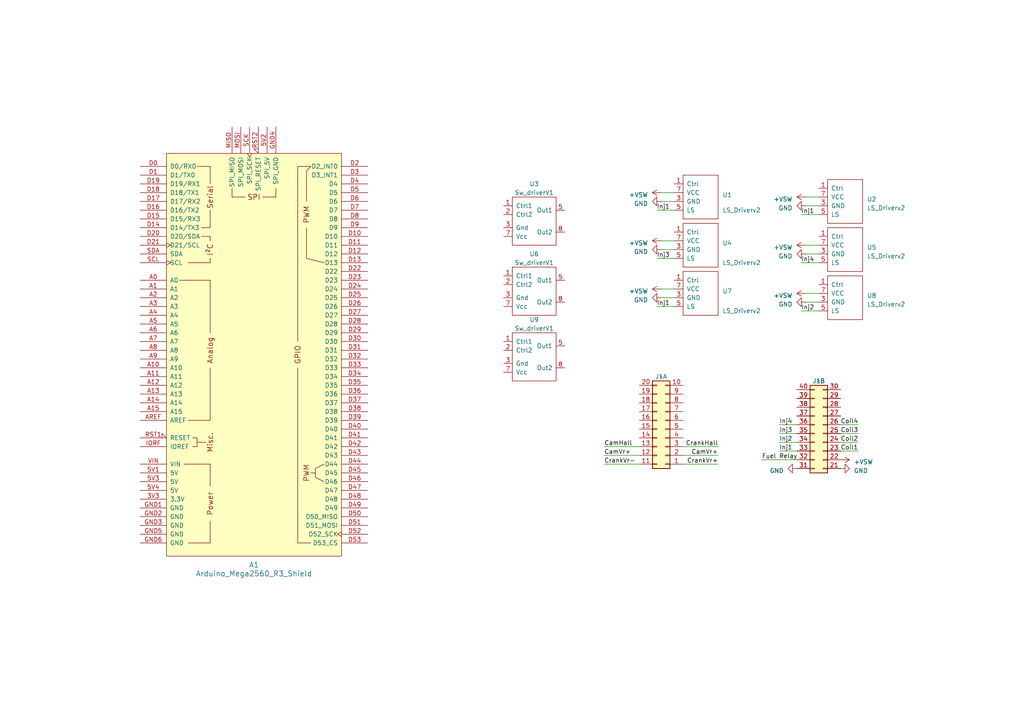
<source format=kicad_sch>
(kicad_sch (version 20230121) (generator eeschema)
  (paper "A4")
  (lib_symbols
    (symbol "J-Eagan:LS_Driverv2" (pin_names (offset 1.016))
      (property "Reference" "U" (at 3.81 -6.35 0))
      (property "Value" "LS_Driverv2" (at 3.81 -6.35 0))
      (symbol "LS_Driverv2_0_1"
        (rectangle (start -5.08 7.62) (end 5.08 -5.08))
      )
      (symbol "LS_Driverv2_1_1"
        (pin input line (at -7.62 5.08 0) (length 2.54) (name "Ctrl") (number "1"))
        (pin power_in line (at -7.62 0 0) (length 2.54) (name "GND") (number "3"))
        (pin power_in line (at -7.62 0 0) (length 2.54) hide (name "GND") (number "4"))
        (pin power_out line (at -7.62 -2.54 0) (length 2.54) (name "LS") (number "5"))
        (pin power_out line (at -7.62 -2.54 0) (length 2.54) hide (name "LS") (number "6"))
        (pin power_in line (at -7.62 2.54 0) (length 2.54) (name "VCC") (number "7"))
      )
    )
    (symbol "J-Eagan:Sw_driverV1" (pin_names (offset 1.016))
      (property "Reference" "U" (at -5.08 8.89 0))
      (property "Value" "Sw_driverV1" (at 0 -7.62 0))
      (symbol "Sw_driverV1_0_1"
        (rectangle (start -6.35 7.62) (end 6.35 -6.35))
      )
      (symbol "Sw_driverV1_1_1"
        (pin input line (at -8.89 5.08 0) (length 2.54) (name "Ctrl1") (number "1"))
        (pin input line (at -8.89 2.54 0) (length 2.54) (name "Ctrl2") (number "2"))
        (pin input line (at -8.89 -1.27 0) (length 2.54) (name "Gnd") (number "3"))
        (pin input line (at -8.89 -1.27 0) (length 2.54) hide (name "Gnd") (number "4"))
        (pin output line (at 8.89 3.81 180) (length 2.54) (name "Out1") (number "5"))
        (pin output line (at 8.89 3.81 180) (length 2.54) hide (name "Out1") (number "6"))
        (pin input line (at -8.89 -3.81 0) (length 2.54) (name "Vcc") (number "7"))
        (pin output line (at 8.89 -2.54 180) (length 2.54) (name "Out2") (number "8"))
      )
    )
    (symbol "MQSconn:MQS40P" (pin_names (offset 0) hide)
      (property "Reference" "J" (at 0 -15.24 0))
      (symbol "MQS40P_1_1"
        (rectangle (start -2.54 -12.573) (end -1.27 -12.827) (stroke (width 0.1524)))
        (rectangle (start -2.54 -10.033) (end -1.27 -10.287) (stroke (width 0.1524)))
        (rectangle (start -2.54 -7.493) (end -1.27 -7.747) (stroke (width 0.1524)))
        (rectangle (start -2.54 -4.953) (end -1.27 -5.207) (stroke (width 0.1524)))
        (rectangle (start -2.54 -2.413) (end -1.27 -2.667) (stroke (width 0.1524)))
        (rectangle (start -2.54 0.127) (end -1.27 -0.127) (stroke (width 0.1524)))
        (rectangle (start -2.54 2.667) (end -1.27 2.413) (stroke (width 0.1524)))
        (rectangle (start -2.54 5.207) (end -1.27 4.953) (stroke (width 0.1524)))
        (rectangle (start -2.54 7.747) (end -1.27 7.493) (stroke (width 0.1524)))
        (rectangle (start -2.54 10.287) (end -1.27 10.033) (stroke (width 0.1524)))
        (rectangle (start -2.54 11.43) (end 2.54 -13.97) (stroke (width 0.254)) (fill (type background)))
        (rectangle (start 2.54 -12.573) (end 1.27 -12.827) (stroke (width 0.1524)))
        (rectangle (start 2.54 -10.033) (end 1.27 -10.287) (stroke (width 0.1524)))
        (rectangle (start 2.54 -7.493) (end 1.27 -7.747) (stroke (width 0.1524)))
        (rectangle (start 2.54 -4.953) (end 1.27 -5.207) (stroke (width 0.1524)))
        (rectangle (start 2.54 -2.413) (end 1.27 -2.667) (stroke (width 0.1524)))
        (rectangle (start 2.54 0.127) (end 1.27 -0.127) (stroke (width 0.1524)))
        (rectangle (start 2.54 2.667) (end 1.27 2.413) (stroke (width 0.1524)))
        (rectangle (start 2.54 5.207) (end 1.27 4.953) (stroke (width 0.1524)))
        (rectangle (start 2.54 7.747) (end 1.27 7.493) (stroke (width 0.1524)))
        (rectangle (start 2.54 10.287) (end 1.27 10.033) (stroke (width 0.1524)))
        (pin passive line (at -6.35 10.16 0) (length 3.81) (name "Pin_1") (number "1"))
        (pin passive line (at -6.35 -12.7 0) (length 3.81) (name "Pin_10") (number "10"))
        (pin passive line (at 6.35 10.16 180) (length 3.81) (name "Pin_11") (number "11"))
        (pin passive line (at 6.35 7.62 180) (length 3.81) (name "Pin_12") (number "12"))
        (pin passive line (at 6.35 5.08 180) (length 3.81) (name "Pin_13") (number "13"))
        (pin passive line (at 6.35 2.54 180) (length 3.81) (name "Pin_14") (number "14"))
        (pin passive line (at 6.35 0 180) (length 3.81) (name "Pin_15") (number "15"))
        (pin passive line (at 6.35 -2.54 180) (length 3.81) (name "Pin_16") (number "16"))
        (pin passive line (at 6.35 -5.08 180) (length 3.81) (name "Pin_17") (number "17"))
        (pin passive line (at 6.35 -7.62 180) (length 3.81) (name "Pin_18") (number "18"))
        (pin passive line (at 6.35 -10.16 180) (length 3.81) (name "Pin_19") (number "19"))
        (pin passive line (at -6.35 7.62 0) (length 3.81) (name "Pin_2") (number "2"))
        (pin passive line (at 6.35 -12.7 180) (length 3.81) (name "Pin_20") (number "20"))
        (pin passive line (at -6.35 5.08 0) (length 3.81) (name "Pin_3") (number "3"))
        (pin passive line (at -6.35 2.54 0) (length 3.81) (name "Pin_4") (number "4"))
        (pin passive line (at -6.35 0 0) (length 3.81) (name "Pin_5") (number "5"))
        (pin passive line (at -6.35 -2.54 0) (length 3.81) (name "Pin_6") (number "6"))
        (pin passive line (at -6.35 -5.08 0) (length 3.81) (name "Pin_7") (number "7"))
        (pin passive line (at -6.35 -7.62 0) (length 3.81) (name "Pin_8") (number "8"))
        (pin passive line (at -6.35 -10.16 0) (length 3.81) (name "Pin_9") (number "9"))
      )
      (symbol "MQS40P_1_2"
        (pin passive line (at -27.94 10.16 0) (length 3.81) (name "Pin_1") (number "1"))
        (pin passive line (at -27.94 -12.7 0) (length 3.81) (name "Pin_10") (number "10"))
        (pin passive line (at -15.24 10.16 180) (length 3.81) (name "Pin_11") (number "11"))
        (pin passive line (at -15.24 7.62 180) (length 3.81) (name "Pin_12") (number "12"))
        (pin passive line (at -15.24 5.08 180) (length 3.81) (name "Pin_13") (number "13"))
        (pin passive line (at -15.24 2.54 180) (length 3.81) (name "Pin_14") (number "14"))
        (pin passive line (at -15.24 0 180) (length 3.81) (name "Pin_15") (number "15"))
        (pin passive line (at -15.24 -2.54 180) (length 3.81) (name "Pin_16") (number "16"))
        (pin passive line (at -15.24 -5.08 180) (length 3.81) (name "Pin_17") (number "17"))
        (pin passive line (at -15.24 -7.62 180) (length 3.81) (name "Pin_18") (number "18"))
        (pin passive line (at -15.24 -10.16 180) (length 3.81) (name "Pin_19") (number "19"))
        (pin passive line (at -27.94 7.62 0) (length 3.81) (name "Pin_2") (number "2"))
        (pin passive line (at -15.24 -12.7 180) (length 3.81) (name "Pin_20") (number "20"))
        (pin passive line (at 13.97 10.16 0) (length 3.81) (name "Pin_21") (number "21"))
        (pin passive line (at 13.97 7.62 0) (length 3.81) (name "Pin_22") (number "22"))
        (pin passive line (at 13.97 5.08 0) (length 3.81) (name "Pin_23") (number "23"))
        (pin passive line (at 13.97 2.54 0) (length 3.81) (name "Pin_24") (number "24"))
        (pin passive line (at 13.97 0 0) (length 3.81) (name "Pin_25") (number "25"))
        (pin passive line (at 13.97 -2.54 0) (length 3.81) (name "Pin_26") (number "26"))
        (pin passive line (at 13.97 -5.08 0) (length 3.81) (name "Pin_27") (number "27"))
        (pin passive line (at 13.97 -7.62 0) (length 3.81) (name "Pin_28") (number "28"))
        (pin passive line (at 13.97 -10.16 0) (length 3.81) (name "Pin_29") (number "29"))
        (pin passive line (at -27.94 5.08 0) (length 3.81) (name "Pin_3") (number "3"))
        (pin passive line (at 13.97 -12.7 0) (length 3.81) (name "Pin_30") (number "30"))
        (pin passive line (at 26.67 10.16 180) (length 3.81) (name "Pin_31") (number "31"))
        (pin passive line (at 26.67 7.62 180) (length 3.81) (name "Pin_32") (number "32"))
        (pin passive line (at 26.67 5.08 180) (length 3.81) (name "Pin_33") (number "33"))
        (pin passive line (at 26.67 2.54 180) (length 3.81) (name "Pin_34") (number "34"))
        (pin passive line (at 26.67 0 180) (length 3.81) (name "Pin_35") (number "35"))
        (pin passive line (at 26.67 -2.54 180) (length 3.81) (name "Pin_36") (number "36"))
        (pin passive line (at 26.67 -5.08 180) (length 3.81) (name "Pin_37") (number "37"))
        (pin passive line (at 26.67 -7.62 180) (length 3.81) (name "Pin_38") (number "38"))
        (pin passive line (at 26.67 -10.16 180) (length 3.81) (name "Pin_39") (number "39"))
        (pin passive line (at -27.94 2.54 0) (length 3.81) (name "Pin_4") (number "4"))
        (pin passive line (at 26.67 -12.7 180) (length 3.81) (name "Pin_40") (number "40"))
        (pin passive line (at -27.94 0 0) (length 3.81) (name "Pin_5") (number "5"))
        (pin passive line (at -27.94 -2.54 0) (length 3.81) (name "Pin_6") (number "6"))
        (pin passive line (at -27.94 -5.08 0) (length 3.81) (name "Pin_7") (number "7"))
        (pin passive line (at -27.94 -7.62 0) (length 3.81) (name "Pin_8") (number "8"))
        (pin passive line (at -27.94 -10.16 0) (length 3.81) (name "Pin_9") (number "9"))
      )
      (symbol "MQS40P_2_1"
        (rectangle (start -2.54 -12.573) (end -1.27 -12.827) (stroke (width 0.1524)))
        (rectangle (start -2.54 -10.033) (end -1.27 -10.287) (stroke (width 0.1524)))
        (rectangle (start -2.54 -7.493) (end -1.27 -7.747) (stroke (width 0.1524)))
        (rectangle (start -2.54 -4.953) (end -1.27 -5.207) (stroke (width 0.1524)))
        (rectangle (start -2.54 -2.413) (end -1.27 -2.667) (stroke (width 0.1524)))
        (rectangle (start -2.54 0.127) (end -1.27 -0.127) (stroke (width 0.1524)))
        (rectangle (start -2.54 2.667) (end -1.27 2.413) (stroke (width 0.1524)))
        (rectangle (start -2.54 5.207) (end -1.27 4.953) (stroke (width 0.1524)))
        (rectangle (start -2.54 7.747) (end -1.27 7.493) (stroke (width 0.1524)))
        (rectangle (start -2.54 10.287) (end -1.27 10.033) (stroke (width 0.1524)))
        (rectangle (start -2.54 11.43) (end 2.54 -13.97) (stroke (width 0.254)) (fill (type background)))
        (rectangle (start 2.54 -12.573) (end 1.27 -12.827) (stroke (width 0.1524)))
        (rectangle (start 2.54 -10.033) (end 1.27 -10.287) (stroke (width 0.1524)))
        (rectangle (start 2.54 -7.493) (end 1.27 -7.747) (stroke (width 0.1524)))
        (rectangle (start 2.54 -4.953) (end 1.27 -5.207) (stroke (width 0.1524)))
        (rectangle (start 2.54 -2.413) (end 1.27 -2.667) (stroke (width 0.1524)))
        (rectangle (start 2.54 0.127) (end 1.27 -0.127) (stroke (width 0.1524)))
        (rectangle (start 2.54 2.667) (end 1.27 2.413) (stroke (width 0.1524)))
        (rectangle (start 2.54 5.207) (end 1.27 4.953) (stroke (width 0.1524)))
        (rectangle (start 2.54 7.747) (end 1.27 7.493) (stroke (width 0.1524)))
        (rectangle (start 2.54 10.287) (end 1.27 10.033) (stroke (width 0.1524)))
        (pin passive line (at -6.35 10.16 0) (length 3.81) (name "Pin_21") (number "21"))
        (pin passive line (at -6.35 7.62 0) (length 3.81) (name "Pin_22") (number "22"))
        (pin passive line (at -6.35 5.08 0) (length 3.81) (name "Pin_23") (number "23"))
        (pin passive line (at -6.35 2.54 0) (length 3.81) (name "Pin_24") (number "24"))
        (pin passive line (at -6.35 0 0) (length 3.81) (name "Pin_25") (number "25"))
        (pin passive line (at -6.35 -2.54 0) (length 3.81) (name "Pin_26") (number "26"))
        (pin passive line (at -6.35 -5.08 0) (length 3.81) (name "Pin_27") (number "27"))
        (pin passive line (at -6.35 -7.62 0) (length 3.81) (name "Pin_28") (number "28"))
        (pin passive line (at -6.35 -10.16 0) (length 3.81) (name "Pin_29") (number "29"))
        (pin passive line (at -6.35 -12.7 0) (length 3.81) (name "Pin_30") (number "30"))
        (pin passive line (at 6.35 10.16 180) (length 3.81) (name "Pin_31") (number "31"))
        (pin passive line (at 6.35 7.62 180) (length 3.81) (name "Pin_32") (number "32"))
        (pin passive line (at 6.35 5.08 180) (length 3.81) (name "Pin_33") (number "33"))
        (pin passive line (at 6.35 2.54 180) (length 3.81) (name "Pin_34") (number "34"))
        (pin passive line (at 6.35 0 180) (length 3.81) (name "Pin_35") (number "35"))
        (pin passive line (at 6.35 -2.54 180) (length 3.81) (name "Pin_36") (number "36"))
        (pin passive line (at 6.35 -5.08 180) (length 3.81) (name "Pin_37") (number "37"))
        (pin passive line (at 6.35 -7.62 180) (length 3.81) (name "Pin_38") (number "38"))
        (pin passive line (at 6.35 -10.16 180) (length 3.81) (name "Pin_39") (number "39"))
        (pin passive line (at 6.35 -12.7 180) (length 3.81) (name "Pin_40") (number "40"))
      )
      (symbol "MQS40P_2_2"
        (pin passive line (at -27.94 10.16 0) (length 3.81) (name "Pin_1") (number "1"))
        (pin passive line (at -27.94 -12.7 0) (length 3.81) (name "Pin_10") (number "10"))
        (pin passive line (at -15.24 10.16 180) (length 3.81) (name "Pin_11") (number "11"))
        (pin passive line (at -15.24 7.62 180) (length 3.81) (name "Pin_12") (number "12"))
        (pin passive line (at -15.24 5.08 180) (length 3.81) (name "Pin_13") (number "13"))
        (pin passive line (at -15.24 2.54 180) (length 3.81) (name "Pin_14") (number "14"))
        (pin passive line (at -15.24 0 180) (length 3.81) (name "Pin_15") (number "15"))
        (pin passive line (at -15.24 -2.54 180) (length 3.81) (name "Pin_16") (number "16"))
        (pin passive line (at -15.24 -5.08 180) (length 3.81) (name "Pin_17") (number "17"))
        (pin passive line (at -15.24 -7.62 180) (length 3.81) (name "Pin_18") (number "18"))
        (pin passive line (at -15.24 -10.16 180) (length 3.81) (name "Pin_19") (number "19"))
        (pin passive line (at -27.94 7.62 0) (length 3.81) (name "Pin_2") (number "2"))
        (pin passive line (at -15.24 -12.7 180) (length 3.81) (name "Pin_20") (number "20"))
        (pin passive line (at 13.97 10.16 0) (length 3.81) (name "Pin_21") (number "21"))
        (pin passive line (at 13.97 7.62 0) (length 3.81) (name "Pin_22") (number "22"))
        (pin passive line (at 13.97 5.08 0) (length 3.81) (name "Pin_23") (number "23"))
        (pin passive line (at 13.97 2.54 0) (length 3.81) (name "Pin_24") (number "24"))
        (pin passive line (at 13.97 0 0) (length 3.81) (name "Pin_25") (number "25"))
        (pin passive line (at 13.97 -2.54 0) (length 3.81) (name "Pin_26") (number "26"))
        (pin passive line (at 13.97 -5.08 0) (length 3.81) (name "Pin_27") (number "27"))
        (pin passive line (at 13.97 -7.62 0) (length 3.81) (name "Pin_28") (number "28"))
        (pin passive line (at 13.97 -10.16 0) (length 3.81) (name "Pin_29") (number "29"))
        (pin passive line (at -27.94 5.08 0) (length 3.81) (name "Pin_3") (number "3"))
        (pin passive line (at 13.97 -12.7 0) (length 3.81) (name "Pin_30") (number "30"))
        (pin passive line (at 26.67 10.16 180) (length 3.81) (name "Pin_31") (number "31"))
        (pin passive line (at 26.67 7.62 180) (length 3.81) (name "Pin_32") (number "32"))
        (pin passive line (at 26.67 5.08 180) (length 3.81) (name "Pin_33") (number "33"))
        (pin passive line (at 26.67 2.54 180) (length 3.81) (name "Pin_34") (number "34"))
        (pin passive line (at 26.67 0 180) (length 3.81) (name "Pin_35") (number "35"))
        (pin passive line (at 26.67 -2.54 180) (length 3.81) (name "Pin_36") (number "36"))
        (pin passive line (at 26.67 -5.08 180) (length 3.81) (name "Pin_37") (number "37"))
        (pin passive line (at 26.67 -7.62 180) (length 3.81) (name "Pin_38") (number "38"))
        (pin passive line (at 26.67 -10.16 180) (length 3.81) (name "Pin_39") (number "39"))
        (pin passive line (at -27.94 2.54 0) (length 3.81) (name "Pin_4") (number "4"))
        (pin passive line (at 26.67 -12.7 180) (length 3.81) (name "Pin_40") (number "40"))
        (pin passive line (at -27.94 0 0) (length 3.81) (name "Pin_5") (number "5"))
        (pin passive line (at -27.94 -2.54 0) (length 3.81) (name "Pin_6") (number "6"))
        (pin passive line (at -27.94 -5.08 0) (length 3.81) (name "Pin_7") (number "7"))
        (pin passive line (at -27.94 -7.62 0) (length 3.81) (name "Pin_8") (number "8"))
        (pin passive line (at -27.94 -10.16 0) (length 3.81) (name "Pin_9") (number "9"))
      )
    )
    (symbol "PCM_arduino-library:Arduino_Mega2560_R3_Shield" (pin_names (offset 1.016))
      (property "Reference" "A" (at 0 -62.23 0))
      (property "Value" "Arduino_Mega2560_R3_Shield" (at 0 -66.04 0))
      (symbol "Arduino_Mega2560_R3_Shield_0_0"
        (rectangle (start -25.4 -58.42) (end 25.4 58.42) (fill (type background)))
        (rectangle (start -20.32 -31.75) (end -12.7 -31.75))
        (rectangle (start -19.05 -54.61) (end -12.7 -54.61))
        (rectangle (start -19.05 -19.05) (end -12.7 -19.05))
        (rectangle (start -19.05 26.67) (end -12.7 26.67))
        (rectangle (start -17.78 -26.67) (end -16.51 -26.67))
        (rectangle (start -17.78 -24.13) (end -16.51 -24.13))
        (rectangle (start -16.51 -25.4) (end -13.97 -25.4))
        (rectangle (start -16.51 -24.13) (end -16.51 -26.67))
        (rectangle (start -16.51 54.61) (end -12.7 54.61))
        (rectangle (start -15.24 34.29) (end -12.7 34.29))
        (rectangle (start -15.24 36.83) (end -12.7 36.83))
        (rectangle (start -12.7 -54.61) (end -12.7 -48.26))
        (rectangle (start -12.7 -31.75) (end -12.7 -38.1))
        (rectangle (start -12.7 26.67) (end -12.7 27.94))
        (rectangle (start -12.7 34.29) (end -12.7 33.02))
        (rectangle (start -12.7 41.91) (end -12.7 36.83))
        (rectangle (start -12.7 49.53) (end -12.7 54.61))
        (rectangle (start -6.35 48.26) (end -6.35 45.72))
        (rectangle (start -2.54 45.72) (end -6.35 45.72))
        (polyline (pts (xy -21.59 21.59) (xy -12.7 21.59)))
        (polyline (pts (xy -12.7 -19.05) (xy -12.7 -3.81)))
        (polyline (pts (xy -12.7 6.35) (xy -12.7 21.59)))
        (polyline (pts (xy 12.7 -54.61) (xy 16.51 -54.61)))
        (polyline (pts (xy 12.7 54.61) (xy 16.51 54.61)))
        (polyline (pts (xy 17.78 -34.29) (xy 16.51 -34.29)))
        (polyline (pts (xy 15.24 36.83) (xy 15.24 27.94) (xy 20.32 26.67)))
        (polyline (pts (xy 15.24 44.45) (xy 15.24 53.34) (xy 16.51 54.61)))
        (polyline (pts (xy 20.32 -31.75) (xy 17.78 -33.02) (xy 17.78 -35.56) (xy 20.32 -36.83)))
        (rectangle (start 6.35 45.72) (end 2.54 45.72))
        (rectangle (start 6.35 48.26) (end 6.35 45.72))
        (text "Analog" (at -12.7 1.27 900) (effects (font (size 1.524 1.524))))
        (text "I²C" (at -12.7 30.48 900) (effects (font (size 1.524 1.524))))
        (text "Misc." (at -12.7 -25.4 900) (effects (font (size 1.524 1.524))))
        (text "Power" (at -12.7 -43.18 900) (effects (font (size 1.524 1.524))))
        (text "PWM" (at 15.24 -34.29 900) (effects (font (size 1.524 1.524))))
        (text "PWM" (at 15.24 40.64 900) (effects (font (size 1.524 1.524))))
        (text "Serial" (at -12.7 45.72 900) (effects (font (size 1.524 1.524))))
        (text "SPI" (at 0 45.72 0) (effects (font (size 1.524 1.524))))
      )
      (symbol "Arduino_Mega2560_R3_Shield_1_0"
        (rectangle (start 12.7 -54.61) (end 12.7 -3.81))
        (rectangle (start 12.7 54.61) (end 12.7 3.81))
        (text "GPIO" (at 12.7 0 900) (effects (font (size 1.524 1.524))))
      )
      (symbol "Arduino_Mega2560_R3_Shield_1_1"
        (pin power_out line (at -33.02 -41.91 0) (length 7.62) (name "3.3V") (number "3V3"))
        (pin power_in line (at -33.02 -34.29 0) (length 7.62) (name "5V") (number "5V1"))
        (pin power_in line (at 3.81 66.04 270) (length 7.62) (name "SPI_5V") (number "5V2"))
        (pin power_in line (at -33.02 -36.83 0) (length 7.62) (name "5V") (number "5V3"))
        (pin power_in line (at -33.02 -39.37 0) (length 7.62) (name "5V") (number "5V4"))
        (pin bidirectional line (at -33.02 21.59 0) (length 7.62) (name "A0") (number "A0"))
        (pin bidirectional line (at -33.02 19.05 0) (length 7.62) (name "A1") (number "A1"))
        (pin bidirectional line (at -33.02 -3.81 0) (length 7.62) (name "A10") (number "A10"))
        (pin bidirectional line (at -33.02 -6.35 0) (length 7.62) (name "A11") (number "A11"))
        (pin bidirectional line (at -33.02 -8.89 0) (length 7.62) (name "A12") (number "A12"))
        (pin bidirectional line (at -33.02 -11.43 0) (length 7.62) (name "A13") (number "A13"))
        (pin bidirectional line (at -33.02 -13.97 0) (length 7.62) (name "A14") (number "A14"))
        (pin bidirectional line (at -33.02 -16.51 0) (length 7.62) (name "A15") (number "A15"))
        (pin bidirectional line (at -33.02 16.51 0) (length 7.62) (name "A2") (number "A2"))
        (pin bidirectional line (at -33.02 13.97 0) (length 7.62) (name "A3") (number "A3"))
        (pin bidirectional line (at -33.02 11.43 0) (length 7.62) (name "A4") (number "A4"))
        (pin bidirectional line (at -33.02 8.89 0) (length 7.62) (name "A5") (number "A5"))
        (pin bidirectional line (at -33.02 6.35 0) (length 7.62) (name "A6") (number "A6"))
        (pin bidirectional line (at -33.02 3.81 0) (length 7.62) (name "A7") (number "A7"))
        (pin bidirectional line (at -33.02 1.27 0) (length 7.62) (name "A8") (number "A8"))
        (pin bidirectional line (at -33.02 -1.27 0) (length 7.62) (name "A9") (number "A9"))
        (pin input line (at -33.02 -19.05 0) (length 7.62) (name "AREF") (number "AREF"))
        (pin bidirectional line (at -33.02 54.61 0) (length 7.62) (name "D0/RX0") (number "D0"))
        (pin bidirectional line (at -33.02 52.07 0) (length 7.62) (name "D1/TX0") (number "D1"))
        (pin bidirectional line (at 33.02 34.29 180) (length 7.62) (name "D10") (number "D10"))
        (pin bidirectional line (at 33.02 31.75 180) (length 7.62) (name "D11") (number "D11"))
        (pin bidirectional line (at 33.02 29.21 180) (length 7.62) (name "D12") (number "D12"))
        (pin bidirectional line (at 33.02 26.67 180) (length 7.62) (name "D13") (number "D13"))
        (pin bidirectional line (at -33.02 36.83 0) (length 7.62) (name "D14/TX3") (number "D14"))
        (pin bidirectional line (at -33.02 39.37 0) (length 7.62) (name "D15/RX3") (number "D15"))
        (pin bidirectional line (at -33.02 41.91 0) (length 7.62) (name "D16/TX2") (number "D16"))
        (pin bidirectional line (at -33.02 44.45 0) (length 7.62) (name "D17/RX2") (number "D17"))
        (pin bidirectional line (at -33.02 46.99 0) (length 7.62) (name "D18/TX1") (number "D18"))
        (pin bidirectional line (at -33.02 49.53 0) (length 7.62) (name "D19/RX1") (number "D19"))
        (pin bidirectional line (at 33.02 54.61 180) (length 7.62) (name "D2_INT0") (number "D2"))
        (pin bidirectional line (at -33.02 34.29 0) (length 7.62) (name "D20/SDA") (number "D20"))
        (pin bidirectional clock (at -33.02 31.75 0) (length 7.62) (name "D21/SCL") (number "D21"))
        (pin bidirectional line (at 33.02 24.13 180) (length 7.62) (name "D22") (number "D22"))
        (pin bidirectional line (at 33.02 21.59 180) (length 7.62) (name "D23") (number "D23"))
        (pin bidirectional line (at 33.02 19.05 180) (length 7.62) (name "D24") (number "D24"))
        (pin bidirectional line (at 33.02 16.51 180) (length 7.62) (name "D25") (number "D25"))
        (pin bidirectional line (at 33.02 13.97 180) (length 7.62) (name "D26") (number "D26"))
        (pin bidirectional line (at 33.02 11.43 180) (length 7.62) (name "D27") (number "D27"))
        (pin bidirectional line (at 33.02 8.89 180) (length 7.62) (name "D28") (number "D28"))
        (pin bidirectional line (at 33.02 6.35 180) (length 7.62) (name "D29") (number "D29"))
        (pin bidirectional line (at 33.02 52.07 180) (length 7.62) (name "D3_INT1") (number "D3"))
        (pin bidirectional line (at 33.02 3.81 180) (length 7.62) (name "D30") (number "D30"))
        (pin bidirectional line (at 33.02 1.27 180) (length 7.62) (name "D31") (number "D31"))
        (pin bidirectional line (at 33.02 -1.27 180) (length 7.62) (name "D32") (number "D32"))
        (pin bidirectional line (at 33.02 -3.81 180) (length 7.62) (name "D33") (number "D33"))
        (pin bidirectional line (at 33.02 -6.35 180) (length 7.62) (name "D34") (number "D34"))
        (pin bidirectional line (at 33.02 -8.89 180) (length 7.62) (name "D35") (number "D35"))
        (pin bidirectional line (at 33.02 -11.43 180) (length 7.62) (name "D36") (number "D36"))
        (pin bidirectional line (at 33.02 -13.97 180) (length 7.62) (name "D37") (number "D37"))
        (pin bidirectional line (at 33.02 -16.51 180) (length 7.62) (name "D38") (number "D38"))
        (pin bidirectional line (at 33.02 -19.05 180) (length 7.62) (name "D39") (number "D39"))
        (pin bidirectional line (at 33.02 49.53 180) (length 7.62) (name "D4") (number "D4"))
        (pin bidirectional line (at 33.02 -21.59 180) (length 7.62) (name "D40") (number "D40"))
        (pin bidirectional line (at 33.02 -24.13 180) (length 7.62) (name "D41") (number "D41"))
        (pin bidirectional line (at 33.02 -26.67 180) (length 7.62) (name "D42") (number "D42"))
        (pin bidirectional line (at 33.02 -29.21 180) (length 7.62) (name "D43") (number "D43"))
        (pin bidirectional line (at 33.02 -31.75 180) (length 7.62) (name "D44") (number "D44"))
        (pin bidirectional line (at 33.02 -34.29 180) (length 7.62) (name "D45") (number "D45"))
        (pin bidirectional line (at 33.02 -36.83 180) (length 7.62) (name "D46") (number "D46"))
        (pin bidirectional line (at 33.02 -39.37 180) (length 7.62) (name "D47") (number "D47"))
        (pin bidirectional line (at 33.02 -41.91 180) (length 7.62) (name "D48") (number "D48"))
        (pin bidirectional line (at 33.02 -44.45 180) (length 7.62) (name "D49") (number "D49"))
        (pin bidirectional line (at 33.02 46.99 180) (length 7.62) (name "D5") (number "D5"))
        (pin bidirectional line (at 33.02 -46.99 180) (length 7.62) (name "D50_MISO") (number "D50"))
        (pin bidirectional line (at 33.02 -49.53 180) (length 7.62) (name "D51_MOSI") (number "D51"))
        (pin bidirectional clock (at 33.02 -52.07 180) (length 7.62) (name "D52_SCK") (number "D52"))
        (pin bidirectional line (at 33.02 -54.61 180) (length 7.62) (name "D53_CS") (number "D53"))
        (pin bidirectional line (at 33.02 44.45 180) (length 7.62) (name "D6") (number "D6"))
        (pin bidirectional line (at 33.02 41.91 180) (length 7.62) (name "D7") (number "D7"))
        (pin bidirectional line (at 33.02 39.37 180) (length 7.62) (name "D8") (number "D8"))
        (pin bidirectional line (at 33.02 36.83 180) (length 7.62) (name "D9") (number "D9"))
        (pin power_in line (at -33.02 -44.45 0) (length 7.62) (name "GND") (number "GND1"))
        (pin power_in line (at -33.02 -46.99 0) (length 7.62) (name "GND") (number "GND2"))
        (pin power_in line (at -33.02 -49.53 0) (length 7.62) (name "GND") (number "GND3"))
        (pin power_in line (at 6.35 66.04 270) (length 7.62) (name "SPI_GND") (number "GND4"))
        (pin power_in line (at -33.02 -52.07 0) (length 7.62) (name "GND") (number "GND5"))
        (pin power_in line (at -33.02 -54.61 0) (length 7.62) (name "GND") (number "GND6"))
        (pin output line (at -33.02 -26.67 0) (length 7.62) (name "IOREF") (number "IORF"))
        (pin input line (at -6.35 66.04 270) (length 7.62) (name "SPI_MISO") (number "MISO"))
        (pin output line (at -3.81 66.04 270) (length 7.62) (name "SPI_MOSI") (number "MOSI"))
        (pin open_collector input_low (at -33.02 -24.13 0) (length 7.62) (name "RESET") (number "RST1"))
        (pin open_collector input_low (at 1.27 66.04 270) (length 7.62) (name "SPI_RESET") (number "RST2"))
        (pin output clock (at -1.27 66.04 270) (length 7.62) (name "SPI_SCK") (number "SCK"))
        (pin bidirectional clock (at -33.02 26.67 0) (length 7.62) (name "SCL") (number "SCL"))
        (pin bidirectional line (at -33.02 29.21 0) (length 7.62) (name "SDA") (number "SDA"))
        (pin power_in line (at -33.02 -31.75 0) (length 7.62) (name "VIN") (number "VIN"))
      )
    )
    (symbol "power:+VSW" (power) (pin_names (offset 0))
      (property "Value" "+VSW" (at 0 3.556 0))
      (symbol "+VSW_0_1"
        (polyline (pts (xy -0.762 1.27) (xy 0 2.54)))
        (polyline (pts (xy 0 0) (xy 0 2.54)))
        (polyline (pts (xy 0 2.54) (xy 0.762 1.27)))
      )
      (symbol "+VSW_1_1"
        (pin power_in line (at 0 0 90) (length 0) hide (name "+VSW") (number "1"))
      )
    )
    (symbol "power:GND" (power) (pin_names (offset 0))
      (property "Value" "GND" (at 0 -3.81 0))
      (symbol "GND_0_1"
        (polyline (pts (xy 0 0) (xy 0 -1.27) (xy 1.27 -1.27) (xy 0 -2.54) (xy -1.27 -1.27) (xy 0 -1.27)))
      )
      (symbol "GND_1_1"
        (pin power_in line (at 0 0 270) (length 0) hide (name "GND") (number "1"))
      )
    )
  )
  (wire (pts (xy 232.41 62.23) (xy 237.49 62.23)))
  (wire (pts (xy 191.77 83.82) (xy 195.58 83.82)))
  (wire (pts (xy 226.06 125.73) (xy 231.14 125.73)))
  (wire (pts (xy 243.84 130.81) (xy 248.92 130.81)))
  (wire (pts (xy 232.41 90.17) (xy 237.49 90.17)))
  (wire (pts (xy 233.68 85.09) (xy 237.49 85.09)))
  (wire (pts (xy 243.84 128.27) (xy 248.92 128.27)))
  (wire (pts (xy 243.84 125.73) (xy 248.92 125.73)))
  (wire (pts (xy 243.84 123.19) (xy 248.92 123.19)))
  (wire (pts (xy 233.68 59.69) (xy 237.49 59.69)))
  (wire (pts (xy 233.68 87.63) (xy 237.49 87.63)))
  (wire (pts (xy 226.06 128.27) (xy 231.14 128.27)))
  (wire (pts (xy 191.77 69.85) (xy 195.58 69.85)))
  (wire (pts (xy 226.06 123.19) (xy 231.14 123.19)))
  (wire (pts (xy 232.41 76.2) (xy 237.49 76.2)))
  (wire (pts (xy 198.12 134.62) (xy 208.28 134.62)))
  (wire (pts (xy 191.77 86.36) (xy 195.58 86.36)))
  (wire (pts (xy 191.77 55.88) (xy 195.58 55.88)))
  (wire (pts (xy 190.5 60.96) (xy 195.58 60.96)))
  (wire (pts (xy 233.68 57.15) (xy 237.49 57.15)))
  (wire (pts (xy 175.26 132.08) (xy 185.42 132.08)))
  (wire (pts (xy 233.68 73.66) (xy 237.49 73.66)))
  (wire (pts (xy 190.5 88.9) (xy 195.58 88.9)))
  (wire (pts (xy 175.26 129.54) (xy 185.42 129.54)))
  (wire (pts (xy 191.77 72.39) (xy 195.58 72.39)))
  (wire (pts (xy 198.12 132.08) (xy 208.28 132.08)))
  (wire (pts (xy 226.06 130.81) (xy 231.14 130.81)))
  (wire (pts (xy 233.68 71.12) (xy 237.49 71.12)))
  (wire (pts (xy 198.12 129.54) (xy 208.28 129.54)))
  (wire (pts (xy 190.5 74.93) (xy 195.58 74.93)))
  (wire (pts (xy 175.26 134.62) (xy 185.42 134.62)))
  (wire (pts (xy 191.77 58.42) (xy 195.58 58.42)))
  (wire (pts (xy 220.98 133.35) (xy 231.14 133.35)))
  (label "CrankVr-" (at 175.26 134.62 0))
  (label "Inj4" (at 232.41 76.2 0))
  (label "Inj1" (at 190.5 88.9 0))
  (label "CamHall" (at 175.26 129.54 0))
  (label "Coil4" (at 248.92 123.19 180))
  (label "Inj1" (at 226.06 130.81 0))
  (label "CrankVr+" (at 208.28 134.62 180))
  (label "Fuel Relay" (at 220.98 133.35 0))
  (label "Inj3" (at 190.5 74.93 0))
  (label "CrankHall" (at 208.28 129.54 180))
  (label "CamVr+" (at 208.28 132.08 180))
  (label "Inj1" (at 190.5 60.96 0))
  (label "Inj3" (at 226.06 125.73 0))
  (label "Inj1" (at 232.41 62.23 0))
  (label "Inj4" (at 226.06 123.19 0))
  (label "Inj2" (at 226.06 128.27 0))
  (label "Coil3" (at 248.92 125.73 180))
  (label "Coil1" (at 248.92 130.81 180))
  (label "CamVr+" (at 175.26 132.08 0))
  (label "Coil2" (at 248.92 128.27 180))
  (label "Inj2" (at 232.41 90.17 0))
  (symbol (lib_id "J-Eagan:LS_Driverv2") (at 245.11 59.69 0) (unit 1)
    (property "Reference" "U2" (at 251.46 57.785 0) (effects (justify left)))
    (property "Value" "LS_Driverv2" (at 251.46 60.325 0) (effects (justify left)))
    (property "Footprint" "Package_DIP:DIP-8_W7.62mm_Socket_LongPads" (effects hide))
  )
  (symbol (lib_id "power:+VSW") (at 233.68 57.15 90) (unit 1)
    (property "Reference" "#PWR014" (effects hide))
    (property "Value" "+VSW" (at 229.87 57.785 90) (effects (justify left)))
  )
  (symbol (lib_id "power:GND") (at 191.77 86.36 270) (unit 1)
    (property "Reference" "#PWR01" (effects hide))
    (property "Value" "GND" (at 187.96 86.995 90) (effects (justify right)))
  )
  (symbol (lib_id "power:GND") (at 233.68 59.69 270) (unit 1)
    (property "Reference" "#PWR015" (effects hide))
    (property "Value" "GND" (at 229.87 60.325 90) (effects (justify right)))
  )
  (symbol (lib_id "J-Eagan:LS_Driverv2") (at 203.2 72.39 0) (unit 1)
    (property "Reference" "U4" (at 209.55 70.485 0) (effects (justify left)))
    (property "Value" "LS_Driverv2" (at 209.55 76.2 0) (effects (justify left)))
    (property "Footprint" "Package_DIP:DIP-8_W7.62mm_Socket_LongPads" (effects hide))
  )
  (symbol (lib_id "J-Eagan:Sw_driverV1") (at 154.94 64.77 0) (unit 1)
    (property "Reference" "U3" (at 154.94 53.34 0))
    (property "Value" "Sw_driverV1" (at 154.94 55.88 0))
    (property "Footprint" "ModEFI_Modules:Sw_driverV1" (effects hide))
  )
  (symbol (lib_id "power:GND") (at 231.14 135.89 270) (unit 1)
    (property "Reference" "#PWR03" (effects hide))
    (property "Value" "GND" (at 227.33 136.525 90) (effects (justify right)))
  )
  (symbol (lib_id "PCM_arduino-library:Arduino_Mega2560_R3_Shield") (at 73.66 102.87 0) (unit 1)
    (property "Reference" "A1" (at 73.66 163.83 0) (effects (font (size 1.524 1.524))))
    (property "Value" "Arduino_Mega2560_R3_Shield" (at 73.66 166.37 0) (effects (font (size 1.524 1.524))))
    (property "Footprint" "PCM_arduino-library:Arduino_Mega2560_R3_Shield" (effects hide))
    (property "Datasheet" "https://docs.arduino.cc/hardware/mega-2560" (effects hide))
  )
  (symbol (lib_id "power:GND") (at 191.77 58.42 270) (unit 1)
    (property "Reference" "#PWR09" (effects hide))
    (property "Value" "GND" (at 187.96 59.055 90) (effects (justify right)))
  )
  (symbol (lib_id "power:GND") (at 233.68 73.66 270) (unit 1)
    (property "Reference" "#PWR013" (effects hide))
    (property "Value" "GND" (at 229.87 74.295 90) (effects (justify right)))
  )
  (symbol (lib_id "J-Eagan:LS_Driverv2") (at 203.2 86.36 0) (unit 1)
    (property "Reference" "U7" (at 209.55 84.455 0) (effects (justify left)))
    (property "Value" "LS_Driverv2" (at 209.55 90.17 0) (effects (justify left)))
    (property "Footprint" "Package_DIP:DIP-8_W7.62mm_Socket_LongPads" (effects hide))
  )
  (symbol (lib_id "power:+VSW") (at 233.68 85.09 90) (unit 1)
    (property "Reference" "#PWR010" (effects hide))
    (property "Value" "+VSW" (at 229.87 85.725 90) (effects (justify left)))
  )
  (symbol (lib_id "J-Eagan:Sw_driverV1") (at 154.94 104.14 0) (unit 1)
    (property "Reference" "U9" (at 154.94 92.71 0))
    (property "Value" "Sw_driverV1" (at 154.94 95.25 0))
    (property "Footprint" "ModEFI_Modules:Sw_driverV1" (effects hide))
  )
  (symbol (lib_id "power:+VSW") (at 191.77 83.82 90) (unit 1)
    (property "Reference" "#PWR05" (effects hide))
    (property "Value" "+VSW" (at 187.96 84.455 90) (effects (justify left)))
  )
  (symbol (lib_id "J-Eagan:LS_Driverv2") (at 203.2 58.42 0) (unit 1)
    (property "Reference" "U1" (at 209.55 56.515 0) (effects (justify left)))
    (property "Value" "LS_Driverv2" (at 209.55 60.96 0) (effects (justify left)))
    (property "Footprint" "Package_DIP:DIP-8_W7.62mm_Socket_LongPads" (effects hide))
  )
  (symbol (lib_id "power:GND") (at 191.77 72.39 270) (unit 1)
    (property "Reference" "#PWR07" (effects hide))
    (property "Value" "GND" (at 187.96 73.025 90) (effects (justify right)))
  )
  (symbol (lib_id "power:+VSW") (at 191.77 69.85 90) (unit 1)
    (property "Reference" "#PWR06" (effects hide))
    (property "Value" "+VSW" (at 187.96 70.485 90) (effects (justify left)))
  )
  (symbol (lib_id "J-Eagan:LS_Driverv2") (at 245.11 87.63 0) (unit 1)
    (property "Reference" "U8" (at 251.46 85.725 0) (effects (justify left)))
    (property "Value" "LS_Driverv2" (at 251.46 88.265 0) (effects (justify left)))
    (property "Footprint" "Package_DIP:DIP-8_W7.62mm_Socket_LongPads" (effects hide))
  )
  (symbol (lib_id "MQSconn:MQS40P") (at 237.49 125.73 180) (unit 2)
    (property "Reference" "J1" (at 237.49 110.49 0))
    (property "Value" "~" (at 237.49 110.49 0))
    (property "Footprint" "Library:MQS40P" (effects hide))
  )
  (symbol (lib_id "MQSconn:MQS40P") (at 191.77 124.46 180) (unit 1)
    (property "Reference" "J1" (at 191.77 109.22 0))
    (property "Value" "~" (at 191.77 109.22 0))
    (property "Footprint" "Library:MQS40P" (effects hide))
  )
  (symbol (lib_id "power:GND") (at 233.68 87.63 270) (unit 1)
    (property "Reference" "#PWR011" (effects hide))
    (property "Value" "GND" (at 229.87 88.265 90) (effects (justify right)))
  )
  (symbol (lib_id "power:+VSW") (at 243.84 133.35 270) (unit 1)
    (property "Reference" "#PWR02" (effects hide))
    (property "Value" "+VSW" (at 247.65 133.985 90) (effects (justify left)))
  )
  (symbol (lib_id "power:+VSW") (at 233.68 71.12 90) (unit 1)
    (property "Reference" "#PWR012" (effects hide))
    (property "Value" "+VSW" (at 229.87 71.755 90) (effects (justify left)))
  )
  (symbol (lib_id "power:GND") (at 243.84 135.89 90) (unit 1)
    (property "Reference" "#PWR04" (effects hide))
    (property "Value" "GND" (at 247.65 136.525 90) (effects (justify right)))
  )
  (symbol (lib_id "J-Eagan:Sw_driverV1") (at 154.94 85.09 0) (unit 1)
    (property "Reference" "U6" (at 154.94 73.66 0))
    (property "Value" "Sw_driverV1" (at 154.94 76.2 0))
    (property "Footprint" "ModEFI_Modules:Sw_driverV1" (effects hide))
  )
  (symbol (lib_id "J-Eagan:LS_Driverv2") (at 245.11 73.66 0) (unit 1)
    (property "Reference" "U5" (at 251.46 71.755 0) (effects (justify left)))
    (property "Value" "LS_Driverv2" (at 251.46 74.295 0) (effects (justify left)))
    (property "Footprint" "Package_DIP:DIP-8_W7.62mm_Socket_LongPads" (effects hide))
  )
  (symbol (lib_id "power:+VSW") (at 191.77 55.88 90) (unit 1)
    (property "Reference" "#PWR08" (effects hide))
    (property "Value" "+VSW" (at 187.96 56.515 90) (effects (justify left)))
  )
)
</source>
